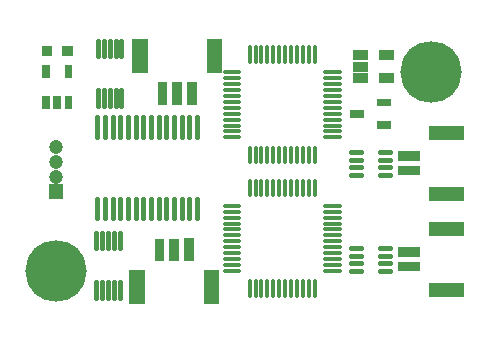
<source format=gts>
G04 Layer: TopSolderMaskLayer*
G04 EasyEDA v6.4.20.6, 2021-08-10T23:17:12+08:00*
G04 038dca5a8d274e5a88e6f2799ec95489,d221c9f3c2774e99b69775551637dae4,10*
G04 Gerber Generator version 0.2*
G04 Scale: 100 percent, Rotated: No, Reflected: No *
G04 Dimensions in millimeters *
G04 leading zeros omitted , absolute positions ,4 integer and 5 decimal *
%FSLAX45Y45*%
%MOMM*%

%ADD51C,0.3816*%
%ADD52C,0.4656*%
%ADD53C,0.3700*%
%ADD57C,1.2032*%
%ADD60C,5.2032*%

%LPD*%
D51*
X836599Y486897D02*
G01*
X836599Y620897D01*
X786587Y486897D02*
G01*
X786587Y620897D01*
X736600Y486897D02*
G01*
X736600Y620897D01*
X686587Y486897D02*
G01*
X686587Y620897D01*
X636600Y486897D02*
G01*
X636600Y620897D01*
X836599Y64902D02*
G01*
X836599Y198902D01*
X786587Y64902D02*
G01*
X786587Y198902D01*
X736600Y64902D02*
G01*
X736600Y198902D01*
X686587Y64902D02*
G01*
X686587Y198902D01*
X636600Y64902D02*
G01*
X636600Y198902D01*
X649300Y1824502D02*
G01*
X649300Y1690502D01*
X699312Y1824502D02*
G01*
X699312Y1690502D01*
X749300Y1824502D02*
G01*
X749300Y1690502D01*
X799312Y1824502D02*
G01*
X799312Y1690502D01*
X849299Y1824502D02*
G01*
X849299Y1690502D01*
X649300Y2246497D02*
G01*
X649300Y2112497D01*
X699312Y2246497D02*
G01*
X699312Y2112497D01*
X749300Y2246497D02*
G01*
X749300Y2112497D01*
X799312Y2246497D02*
G01*
X799312Y2112497D01*
X849299Y2246497D02*
G01*
X849299Y2112497D01*
D52*
X644296Y905456D02*
G01*
X644296Y740308D01*
X709295Y905456D02*
G01*
X709295Y740308D01*
X774293Y905456D02*
G01*
X774293Y740308D01*
X839292Y905456D02*
G01*
X839292Y740308D01*
X904290Y905456D02*
G01*
X904290Y740308D01*
X969289Y905456D02*
G01*
X969289Y740308D01*
X1034313Y905456D02*
G01*
X1034313Y740308D01*
X1099312Y905456D02*
G01*
X1099312Y740308D01*
X1164310Y905456D02*
G01*
X1164310Y740308D01*
X1229309Y905456D02*
G01*
X1229309Y740308D01*
X1294307Y905456D02*
G01*
X1294307Y740308D01*
X1359306Y905456D02*
G01*
X1359306Y740308D01*
X1424304Y905456D02*
G01*
X1424304Y740308D01*
X1489303Y905456D02*
G01*
X1489303Y740308D01*
X644296Y1596489D02*
G01*
X644296Y1431340D01*
X709295Y1596489D02*
G01*
X709295Y1431340D01*
X774293Y1596489D02*
G01*
X774293Y1431340D01*
X839292Y1596489D02*
G01*
X839292Y1431340D01*
X904290Y1596489D02*
G01*
X904290Y1431340D01*
X969289Y1596489D02*
G01*
X969289Y1431340D01*
X1034313Y1596489D02*
G01*
X1034313Y1431340D01*
X1099312Y1596489D02*
G01*
X1099312Y1431340D01*
X1164310Y1596489D02*
G01*
X1164310Y1431340D01*
X1229309Y1596489D02*
G01*
X1229309Y1431340D01*
X1294307Y1596489D02*
G01*
X1294307Y1431340D01*
X1359306Y1596489D02*
G01*
X1359306Y1431340D01*
X1424304Y1596489D02*
G01*
X1424304Y1431340D01*
X1489303Y1596489D02*
G01*
X1489303Y1431340D01*
D53*
X2573294Y296494D02*
G01*
X2696291Y296494D01*
X2573294Y346506D02*
G01*
X2696291Y346506D01*
X2573294Y396494D02*
G01*
X2696291Y396494D01*
X2573294Y446506D02*
G01*
X2696291Y446506D01*
X2573294Y496493D02*
G01*
X2696291Y496493D01*
X2573294Y546506D02*
G01*
X2696291Y546506D01*
X2573294Y596493D02*
G01*
X2696291Y596493D01*
X2573294Y646506D02*
G01*
X2696291Y646506D01*
X2573294Y696493D02*
G01*
X2696291Y696493D01*
X2573294Y746505D02*
G01*
X2696291Y746505D01*
X2573294Y796493D02*
G01*
X2696291Y796493D01*
X2573294Y846505D02*
G01*
X2696291Y846505D01*
X2484805Y934991D02*
G01*
X2484805Y1057993D01*
X2434793Y934991D02*
G01*
X2434793Y1057993D01*
X2384806Y934991D02*
G01*
X2384806Y1057993D01*
X2334793Y934991D02*
G01*
X2334793Y1057993D01*
X2284806Y934991D02*
G01*
X2284806Y1057993D01*
X2234793Y934991D02*
G01*
X2234793Y1057993D01*
X2184806Y934991D02*
G01*
X2184806Y1057993D01*
X2134793Y934991D02*
G01*
X2134793Y1057993D01*
X2084806Y934991D02*
G01*
X2084806Y1057993D01*
X2034793Y934991D02*
G01*
X2034793Y1057993D01*
X1984806Y934991D02*
G01*
X1984806Y1057993D01*
X1934794Y934991D02*
G01*
X1934794Y1057993D01*
X1723308Y846505D02*
G01*
X1846305Y846505D01*
X1723308Y796493D02*
G01*
X1846305Y796493D01*
X1723308Y746505D02*
G01*
X1846305Y746505D01*
X1723308Y696493D02*
G01*
X1846305Y696493D01*
X1723308Y646506D02*
G01*
X1846305Y646506D01*
X1723308Y596493D02*
G01*
X1846305Y596493D01*
X1723308Y546506D02*
G01*
X1846305Y546506D01*
X1723308Y496493D02*
G01*
X1846305Y496493D01*
X1723308Y446506D02*
G01*
X1846305Y446506D01*
X1723308Y396494D02*
G01*
X1846305Y396494D01*
X1723308Y346506D02*
G01*
X1846305Y346506D01*
X1723308Y296494D02*
G01*
X1846305Y296494D01*
X1934794Y85006D02*
G01*
X1934794Y208008D01*
X1984806Y85006D02*
G01*
X1984806Y208008D01*
X2034793Y85006D02*
G01*
X2034793Y208008D01*
X2084806Y85006D02*
G01*
X2084806Y208008D01*
X2134793Y85006D02*
G01*
X2134793Y208008D01*
X2184806Y85006D02*
G01*
X2184806Y208008D01*
X2234793Y85006D02*
G01*
X2234793Y208008D01*
X2284806Y85006D02*
G01*
X2284806Y208008D01*
X2334793Y85006D02*
G01*
X2334793Y208008D01*
X2384806Y85006D02*
G01*
X2384806Y208008D01*
X2434793Y85006D02*
G01*
X2434793Y208008D01*
X2484805Y85006D02*
G01*
X2484805Y208008D01*
D52*
X3123107Y1108989D02*
G01*
X3037309Y1108989D01*
X3123107Y1173987D02*
G01*
X3037309Y1173987D01*
X3123107Y1238986D02*
G01*
X3037309Y1238986D01*
X3123107Y1304010D02*
G01*
X3037309Y1304010D01*
X2880893Y1108989D02*
G01*
X2795094Y1108989D01*
X2880893Y1173987D02*
G01*
X2795094Y1173987D01*
X2880893Y1238986D02*
G01*
X2795094Y1238986D01*
X2880893Y1304010D02*
G01*
X2795094Y1304010D01*
X3123107Y296189D02*
G01*
X3037309Y296189D01*
X3123107Y361187D02*
G01*
X3037309Y361187D01*
X3123107Y426186D02*
G01*
X3037309Y426186D01*
X3123107Y491210D02*
G01*
X3037309Y491210D01*
X2880893Y296189D02*
G01*
X2795094Y296189D01*
X2880893Y361187D02*
G01*
X2795094Y361187D01*
X2880893Y426186D02*
G01*
X2795094Y426186D01*
X2880893Y491210D02*
G01*
X2795094Y491210D01*
D53*
X2573294Y1426794D02*
G01*
X2696291Y1426794D01*
X2573294Y1476806D02*
G01*
X2696291Y1476806D01*
X2573294Y1526794D02*
G01*
X2696291Y1526794D01*
X2573294Y1576806D02*
G01*
X2696291Y1576806D01*
X2573294Y1626793D02*
G01*
X2696291Y1626793D01*
X2573294Y1676806D02*
G01*
X2696291Y1676806D01*
X2573294Y1726793D02*
G01*
X2696291Y1726793D01*
X2573294Y1776806D02*
G01*
X2696291Y1776806D01*
X2573294Y1826793D02*
G01*
X2696291Y1826793D01*
X2573294Y1876805D02*
G01*
X2696291Y1876805D01*
X2573294Y1926793D02*
G01*
X2696291Y1926793D01*
X2573294Y1976805D02*
G01*
X2696291Y1976805D01*
X2484805Y2065291D02*
G01*
X2484805Y2188293D01*
X2434793Y2065291D02*
G01*
X2434793Y2188293D01*
X2384806Y2065291D02*
G01*
X2384806Y2188293D01*
X2334793Y2065291D02*
G01*
X2334793Y2188293D01*
X2284806Y2065291D02*
G01*
X2284806Y2188293D01*
X2234793Y2065291D02*
G01*
X2234793Y2188293D01*
X2184806Y2065291D02*
G01*
X2184806Y2188293D01*
X2134793Y2065291D02*
G01*
X2134793Y2188293D01*
X2084806Y2065291D02*
G01*
X2084806Y2188293D01*
X2034793Y2065291D02*
G01*
X2034793Y2188293D01*
X1984806Y2065291D02*
G01*
X1984806Y2188293D01*
X1934794Y2065291D02*
G01*
X1934794Y2188293D01*
X1723308Y1976805D02*
G01*
X1846305Y1976805D01*
X1723308Y1926793D02*
G01*
X1846305Y1926793D01*
X1723308Y1876805D02*
G01*
X1846305Y1876805D01*
X1723308Y1826793D02*
G01*
X1846305Y1826793D01*
X1723308Y1776806D02*
G01*
X1846305Y1776806D01*
X1723308Y1726793D02*
G01*
X1846305Y1726793D01*
X1723308Y1676806D02*
G01*
X1846305Y1676806D01*
X1723308Y1626793D02*
G01*
X1846305Y1626793D01*
X1723308Y1576806D02*
G01*
X1846305Y1576806D01*
X1723308Y1526794D02*
G01*
X1846305Y1526794D01*
X1723308Y1476806D02*
G01*
X1846305Y1476806D01*
X1723308Y1426794D02*
G01*
X1846305Y1426794D01*
X1934794Y1215306D02*
G01*
X1934794Y1338308D01*
X1984806Y1215306D02*
G01*
X1984806Y1338308D01*
X2034793Y1215306D02*
G01*
X2034793Y1338308D01*
X2084806Y1215306D02*
G01*
X2084806Y1338308D01*
X2134793Y1215306D02*
G01*
X2134793Y1338308D01*
X2184806Y1215306D02*
G01*
X2184806Y1338308D01*
X2234793Y1215306D02*
G01*
X2234793Y1338308D01*
X2284806Y1215306D02*
G01*
X2284806Y1338308D01*
X2334793Y1215306D02*
G01*
X2334793Y1338308D01*
X2384806Y1215306D02*
G01*
X2384806Y1338308D01*
X2434793Y1215306D02*
G01*
X2434793Y1338308D01*
X2484805Y1215306D02*
G01*
X2484805Y1338308D01*
G36*
X3456431Y75945D02*
G01*
X3456431Y196342D01*
X3746754Y196342D01*
X3746754Y75945D01*
G37*
G36*
X3456431Y591057D02*
G01*
X3456431Y711454D01*
X3746754Y711454D01*
X3746754Y591057D01*
G37*
G36*
X3186429Y291084D02*
G01*
X3186429Y371347D01*
X3376929Y371347D01*
X3376929Y291084D01*
G37*
G36*
X3186429Y416052D02*
G01*
X3186429Y496315D01*
X3376929Y496315D01*
X3376929Y416052D01*
G37*
G36*
X3456431Y888745D02*
G01*
X3456431Y1009142D01*
X3746754Y1009142D01*
X3746754Y888745D01*
G37*
G36*
X3456431Y1403857D02*
G01*
X3456431Y1524254D01*
X3746754Y1524254D01*
X3746754Y1403857D01*
G37*
G36*
X3186429Y1103884D02*
G01*
X3186429Y1184147D01*
X3376929Y1184147D01*
X3376929Y1103884D01*
G37*
G36*
X3186429Y1228852D02*
G01*
X3186429Y1309115D01*
X3376929Y1309115D01*
X3376929Y1228852D01*
G37*
G36*
X344931Y2114042D02*
G01*
X344931Y2203957D01*
X434847Y2203957D01*
X434847Y2114042D01*
G37*
G36*
X174752Y2114042D02*
G01*
X174752Y2203957D01*
X264668Y2203957D01*
X264668Y2114042D01*
G37*
D57*
G01*
X292100Y1342212D03*
G01*
X292100Y1217193D03*
G01*
X292100Y1092200D03*
G36*
X231902Y907034D02*
G01*
X231902Y1027429D01*
X352297Y1027429D01*
X352297Y907034D01*
G37*
G36*
X2806954Y2078228D02*
G01*
X2806954Y2163571D01*
X2933445Y2163571D01*
X2933445Y2078228D01*
G37*
G36*
X2806954Y1983231D02*
G01*
X2806954Y2068576D01*
X2933445Y2068576D01*
X2933445Y1983231D01*
G37*
G36*
X2806954Y1888236D02*
G01*
X2806954Y1973579D01*
X2933445Y1973579D01*
X2933445Y1888236D01*
G37*
G36*
X3026918Y1888236D02*
G01*
X3026918Y1973579D01*
X3153409Y1973579D01*
X3153409Y1888236D01*
G37*
G36*
X3026918Y2078228D02*
G01*
X3026918Y2163571D01*
X3153409Y2163571D01*
X3153409Y2078228D01*
G37*
D60*
G01*
X292100Y292100D03*
G01*
X3467100Y1981200D03*
G36*
X1129537Y379729D02*
G01*
X1129537Y569976D01*
X1210055Y569976D01*
X1210055Y379729D01*
G37*
G36*
X1254760Y379729D02*
G01*
X1254760Y569976D01*
X1335024Y569976D01*
X1335024Y379729D01*
G37*
G36*
X1545590Y14731D02*
G01*
X1545590Y305054D01*
X1675891Y305054D01*
X1675891Y14731D01*
G37*
G36*
X914654Y14731D02*
G01*
X914654Y305054D01*
X1044955Y305054D01*
X1044955Y14731D01*
G37*
G36*
X1379727Y379729D02*
G01*
X1379727Y570229D01*
X1459991Y570229D01*
X1459991Y379729D01*
G37*
G36*
X177292Y1929129D02*
G01*
X177292Y2039365D01*
X242315Y2039365D01*
X242315Y1929129D01*
G37*
G36*
X367284Y1929129D02*
G01*
X367284Y2039365D01*
X432307Y2039365D01*
X432307Y1929129D01*
G37*
G36*
X367284Y1669034D02*
G01*
X367284Y1779270D01*
X432307Y1779270D01*
X432307Y1669034D01*
G37*
G36*
X272287Y1669034D02*
G01*
X272287Y1779270D01*
X337312Y1779270D01*
X337312Y1669034D01*
G37*
G36*
X177292Y1669034D02*
G01*
X177292Y1779270D01*
X242315Y1779270D01*
X242315Y1669034D01*
G37*
G36*
X3013963Y1498854D02*
G01*
X3013963Y1562354D01*
X3131058Y1562354D01*
X3131058Y1498854D01*
G37*
G36*
X3013963Y1688845D02*
G01*
X3013963Y1752345D01*
X3131058Y1752345D01*
X3131058Y1688845D01*
G37*
G36*
X2786888Y1593850D02*
G01*
X2786888Y1657350D01*
X2904236Y1657350D01*
X2904236Y1593850D01*
G37*
G36*
X1406143Y1703070D02*
G01*
X1406143Y1893315D01*
X1486408Y1893315D01*
X1486408Y1703070D01*
G37*
G36*
X1280922Y1703070D02*
G01*
X1280922Y1893315D01*
X1361440Y1893315D01*
X1361440Y1703070D01*
G37*
G36*
X940054Y1967992D02*
G01*
X940054Y2258313D01*
X1070355Y2258313D01*
X1070355Y1967992D01*
G37*
G36*
X1570990Y1967992D02*
G01*
X1570990Y2258313D01*
X1701291Y2258313D01*
X1701291Y1967992D01*
G37*
G36*
X1155954Y1703070D02*
G01*
X1155954Y1893315D01*
X1236471Y1893315D01*
X1236471Y1703070D01*
G37*
M02*

</source>
